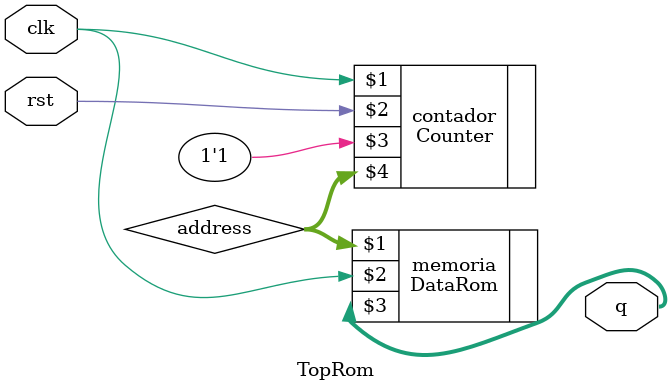
<source format=sv>
module TopRom (input clk, rst, output [7:0] q);

	logic [7:0] address;
	Counter contador(clk, rst, 1'b1, address);
	DataRom memoria (address, clk, q);

endmodule
</source>
